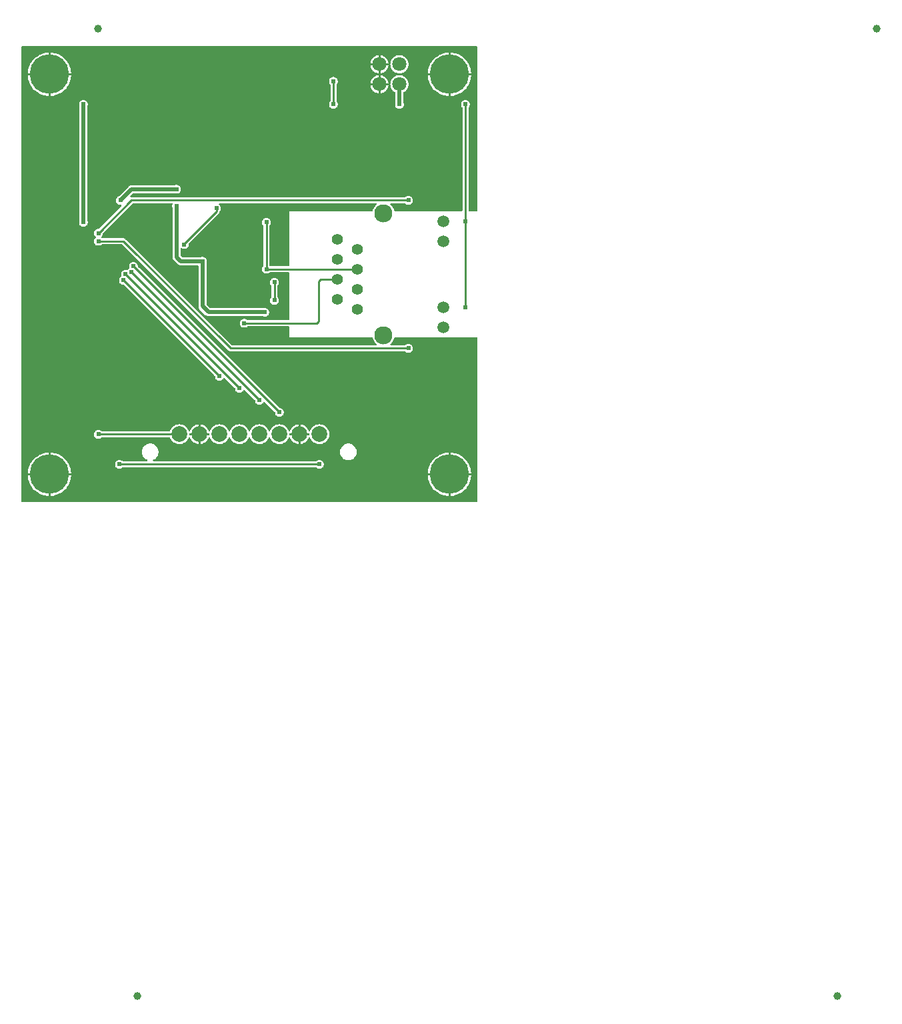
<source format=gbl>
G04 Layer: BottomLayer*
G04 Panelize: V-CUT, Column: 2, Row: 2, Board Size: 58.42mm x 58.42mm, Panelized Board Size: 118.84mm x 118.84mm*
G04 EasyEDA v6.5.34, 2023-09-08 22:56:44*
G04 913679b3e6e84f05a743068e7cf01868,5a6b42c53f6a479593ecc07194224c93,10*
G04 Gerber Generator version 0.2*
G04 Scale: 100 percent, Rotated: No, Reflected: No *
G04 Dimensions in millimeters *
G04 leading zeros omitted , absolute positions ,4 integer and 5 decimal *
%FSLAX45Y45*%
%MOMM*%

%ADD10C,0.5000*%
%ADD11C,0.2540*%
%ADD12C,1.0000*%
%ADD13C,5.0000*%
%ADD14C,2.0000*%
%ADD15C,2.3000*%
%ADD16C,1.4000*%
%ADD17C,1.5000*%
%ADD18C,1.8000*%
%ADD19C,0.6096*%
%ADD20C,0.0162*%

%LPD*%
G36*
X2699918Y2019807D02*
G01*
X2696006Y2020570D01*
X2692704Y2022805D01*
X1348435Y3367024D01*
X1342237Y3372154D01*
X1335532Y3375710D01*
X1328318Y3377895D01*
X1320292Y3378708D01*
X1048308Y3378708D01*
X1044397Y3379470D01*
X1041095Y3381705D01*
X1039063Y3383737D01*
X1036878Y3386988D01*
X1036116Y3390900D01*
X1036878Y3394811D01*
X1039063Y3398062D01*
X1046480Y3405479D01*
X1052118Y3413506D01*
X1056233Y3422446D01*
X1058773Y3431895D01*
X1059484Y3439922D01*
X1060399Y3443325D01*
X1062431Y3446221D01*
X1435404Y3819194D01*
X1438706Y3821429D01*
X1442618Y3822192D01*
X1933092Y3822192D01*
X1936750Y3821531D01*
X1939899Y3819601D01*
X1942134Y3816654D01*
X1943201Y3813098D01*
X1942896Y3809390D01*
X1940509Y3800500D01*
X1939645Y3790696D01*
X1940509Y3780891D01*
X1943049Y3771442D01*
X1944065Y3769258D01*
X1945030Y3764940D01*
X1945030Y3135071D01*
X1945233Y3130448D01*
X1945792Y3126028D01*
X1946757Y3121710D01*
X1948078Y3117443D01*
X1949805Y3113379D01*
X1951837Y3109417D01*
X1954225Y3105658D01*
X1956917Y3102152D01*
X1960067Y3098698D01*
X2008530Y3050235D01*
X2011984Y3047085D01*
X2015489Y3044393D01*
X2019249Y3042005D01*
X2023211Y3039973D01*
X2027275Y3038246D01*
X2031542Y3036925D01*
X2035860Y3035960D01*
X2040280Y3035401D01*
X2044903Y3035198D01*
X2263038Y3035198D01*
X2266899Y3034436D01*
X2270201Y3032201D01*
X2272436Y3028899D01*
X2273198Y3025038D01*
X2273198Y2514803D01*
X2273401Y2510180D01*
X2273960Y2505760D01*
X2274925Y2501442D01*
X2276246Y2497175D01*
X2277973Y2493111D01*
X2280005Y2489149D01*
X2282393Y2485390D01*
X2285085Y2481884D01*
X2288235Y2478430D01*
X2364130Y2402535D01*
X2367584Y2399436D01*
X2371090Y2396693D01*
X2374849Y2394305D01*
X2378811Y2392273D01*
X2382875Y2390597D01*
X2387142Y2389225D01*
X2391460Y2388260D01*
X2395880Y2387701D01*
X2400503Y2387498D01*
X3089402Y2387295D01*
X3093669Y2386330D01*
X3096056Y2385263D01*
X3105505Y2382723D01*
X3115310Y2381859D01*
X3125114Y2382723D01*
X3134563Y2385263D01*
X3143504Y2389428D01*
X3151530Y2395016D01*
X3158490Y2401976D01*
X3164128Y2410053D01*
X3168243Y2418943D01*
X3170783Y2428443D01*
X3171647Y2438196D01*
X3170783Y2448001D01*
X3168243Y2457500D01*
X3164128Y2466390D01*
X3158490Y2474417D01*
X3151530Y2481376D01*
X3143504Y2487015D01*
X3134563Y2491130D01*
X3125114Y2493721D01*
X3115310Y2494534D01*
X3105505Y2493721D01*
X3096056Y2491130D01*
X3093720Y2490063D01*
X3089402Y2489098D01*
X2425598Y2489301D01*
X2421737Y2490063D01*
X2418435Y2492298D01*
X2377998Y2532735D01*
X2375763Y2535986D01*
X2375001Y2539898D01*
X2375001Y3060192D01*
X2375966Y3064510D01*
X2377033Y3066846D01*
X2379573Y3076295D01*
X2380437Y3086100D01*
X2379573Y3095904D01*
X2377033Y3105353D01*
X2372918Y3114294D01*
X2367280Y3122320D01*
X2360320Y3129280D01*
X2352294Y3134918D01*
X2343353Y3139033D01*
X2333904Y3141573D01*
X2324100Y3142437D01*
X2314295Y3141573D01*
X2304846Y3139033D01*
X2302510Y3137966D01*
X2298192Y3137001D01*
X2069998Y3137001D01*
X2066086Y3137763D01*
X2062835Y3139998D01*
X2049830Y3153003D01*
X2047595Y3156254D01*
X2046833Y3160166D01*
X2046833Y3243326D01*
X2047798Y3247644D01*
X2050491Y3251098D01*
X2054352Y3253130D01*
X2058771Y3253333D01*
X2062835Y3251657D01*
X2064613Y3250387D01*
X2073503Y3246272D01*
X2083003Y3243732D01*
X2092807Y3242868D01*
X2102561Y3243732D01*
X2112060Y3246272D01*
X2120950Y3250387D01*
X2129028Y3256026D01*
X2135987Y3262985D01*
X2141575Y3271012D01*
X2145741Y3279952D01*
X2148281Y3289401D01*
X2149144Y3299206D01*
X2148636Y3305301D01*
X2149195Y3309670D01*
X2151532Y3313379D01*
X2528824Y3690670D01*
X2533954Y3696868D01*
X2537510Y3703523D01*
X2539695Y3710787D01*
X2540101Y3714750D01*
X2541016Y3718102D01*
X2543048Y3720947D01*
X2545080Y3722979D01*
X2550718Y3731006D01*
X2554833Y3739946D01*
X2557373Y3749395D01*
X2558237Y3759200D01*
X2557373Y3769004D01*
X2554833Y3778453D01*
X2550718Y3787394D01*
X2545080Y3795420D01*
X2538120Y3802379D01*
X2536190Y3803700D01*
X2533294Y3806799D01*
X2531922Y3810863D01*
X2532329Y3815079D01*
X2534462Y3818788D01*
X2537866Y3821277D01*
X2542032Y3822192D01*
X4526788Y3822192D01*
X4530902Y3821328D01*
X4534306Y3818890D01*
X4536440Y3815334D01*
X4536948Y3811168D01*
X4535728Y3807155D01*
X4533036Y3804005D01*
X4530547Y3802075D01*
X4519015Y3790848D01*
X4508804Y3778402D01*
X4500118Y3764889D01*
X4493006Y3750462D01*
X4487621Y3735273D01*
X4486148Y3728974D01*
X4484166Y3724910D01*
X4480661Y3722115D01*
X4476242Y3721100D01*
X3430015Y3721100D01*
X3429000Y3720084D01*
X3429000Y3033877D01*
X3428237Y3029966D01*
X3426002Y3026664D01*
X3422751Y3024479D01*
X3418840Y3023717D01*
X3185668Y3023717D01*
X3181756Y3024479D01*
X3178505Y3026664D01*
X3176270Y3029966D01*
X3175508Y3033877D01*
X3175508Y3536391D01*
X3176270Y3540302D01*
X3178505Y3543604D01*
X3180080Y3545179D01*
X3185718Y3553206D01*
X3189833Y3562146D01*
X3192373Y3571595D01*
X3193237Y3581400D01*
X3192373Y3591204D01*
X3189833Y3600653D01*
X3185718Y3609594D01*
X3180080Y3617620D01*
X3173120Y3624579D01*
X3165094Y3630218D01*
X3156153Y3634333D01*
X3146704Y3636873D01*
X3136900Y3637737D01*
X3127095Y3636873D01*
X3117646Y3634333D01*
X3108706Y3630218D01*
X3100679Y3624579D01*
X3093720Y3617620D01*
X3088081Y3609594D01*
X3083966Y3600653D01*
X3081426Y3591204D01*
X3080562Y3581400D01*
X3081426Y3571595D01*
X3083966Y3562146D01*
X3088081Y3553206D01*
X3093720Y3545179D01*
X3095294Y3543604D01*
X3097530Y3540302D01*
X3098292Y3536391D01*
X3098292Y3030067D01*
X3097530Y3026206D01*
X3095294Y3022904D01*
X3093720Y3021330D01*
X3088081Y3013252D01*
X3083966Y3004362D01*
X3081426Y2994863D01*
X3080562Y2985109D01*
X3081426Y2975305D01*
X3083966Y2965805D01*
X3088081Y2956915D01*
X3093720Y2948889D01*
X3100679Y2941929D01*
X3108706Y2936290D01*
X3117646Y2932176D01*
X3127095Y2929585D01*
X3136900Y2928772D01*
X3146704Y2929585D01*
X3156153Y2932176D01*
X3165094Y2936290D01*
X3173120Y2941929D01*
X3174695Y2943504D01*
X3177997Y2945739D01*
X3181908Y2946501D01*
X3418840Y2946501D01*
X3422751Y2945739D01*
X3426002Y2943504D01*
X3428237Y2940202D01*
X3429000Y2936341D01*
X3429000Y2347468D01*
X3428237Y2343556D01*
X3426002Y2340305D01*
X3422751Y2338070D01*
X3418840Y2337308D01*
X2899664Y2337308D01*
X2895752Y2338070D01*
X2892450Y2340305D01*
X2890875Y2341880D01*
X2882849Y2347518D01*
X2873959Y2351633D01*
X2864459Y2354173D01*
X2854655Y2355037D01*
X2844901Y2354173D01*
X2835402Y2351633D01*
X2826512Y2347518D01*
X2818434Y2341880D01*
X2811475Y2334920D01*
X2805887Y2326894D01*
X2801721Y2317953D01*
X2799181Y2308504D01*
X2798318Y2298700D01*
X2799181Y2288895D01*
X2801721Y2279446D01*
X2805887Y2270506D01*
X2811475Y2262479D01*
X2818434Y2255520D01*
X2826512Y2249881D01*
X2835402Y2245766D01*
X2844901Y2243226D01*
X2854655Y2242362D01*
X2864459Y2243226D01*
X2873959Y2245766D01*
X2882849Y2249881D01*
X2890875Y2255520D01*
X2892450Y2257094D01*
X2895752Y2259330D01*
X2899664Y2260092D01*
X3418840Y2260092D01*
X3422751Y2259330D01*
X3426002Y2257094D01*
X3428237Y2253843D01*
X3429000Y2249932D01*
X3429000Y2121916D01*
X3430015Y2120900D01*
X4476292Y2120900D01*
X4480712Y2119884D01*
X4484217Y2117090D01*
X4486198Y2113026D01*
X4487621Y2106930D01*
X4493006Y2091740D01*
X4500118Y2077313D01*
X4508804Y2063800D01*
X4519015Y2051354D01*
X4530547Y2040128D01*
X4533290Y2037994D01*
X4535982Y2034844D01*
X4537202Y2030831D01*
X4536694Y2026666D01*
X4534560Y2023110D01*
X4531156Y2020671D01*
X4527092Y2019807D01*
G37*

%LPC*%
G36*
X3238500Y2534462D02*
G01*
X3248304Y2535326D01*
X3257753Y2537866D01*
X3266694Y2541981D01*
X3274720Y2547620D01*
X3281679Y2554579D01*
X3287318Y2562606D01*
X3291433Y2571546D01*
X3293973Y2580995D01*
X3294837Y2590800D01*
X3293973Y2600604D01*
X3291433Y2610053D01*
X3287318Y2618994D01*
X3281679Y2627020D01*
X3280105Y2628595D01*
X3277870Y2631897D01*
X3277108Y2635808D01*
X3277108Y2774391D01*
X3277870Y2778302D01*
X3280105Y2781604D01*
X3281679Y2783179D01*
X3287318Y2791206D01*
X3291433Y2800146D01*
X3293973Y2809595D01*
X3294837Y2819400D01*
X3293973Y2829204D01*
X3291433Y2838653D01*
X3287318Y2847594D01*
X3281679Y2855620D01*
X3274720Y2862580D01*
X3266694Y2868218D01*
X3257753Y2872333D01*
X3248304Y2874873D01*
X3238500Y2875737D01*
X3228695Y2874873D01*
X3219246Y2872333D01*
X3210306Y2868218D01*
X3202279Y2862580D01*
X3195320Y2855620D01*
X3189681Y2847594D01*
X3185566Y2838653D01*
X3183026Y2829204D01*
X3182162Y2819400D01*
X3183026Y2809595D01*
X3185566Y2800146D01*
X3189681Y2791206D01*
X3195320Y2783179D01*
X3196894Y2781604D01*
X3199130Y2778302D01*
X3199892Y2774391D01*
X3199892Y2635808D01*
X3199130Y2631897D01*
X3196894Y2628595D01*
X3195320Y2627020D01*
X3189681Y2618994D01*
X3185566Y2610053D01*
X3183026Y2600604D01*
X3182162Y2590800D01*
X3183026Y2580995D01*
X3185566Y2571546D01*
X3189681Y2562606D01*
X3195320Y2554579D01*
X3202279Y2547620D01*
X3210306Y2541981D01*
X3219246Y2537866D01*
X3228695Y2535326D01*
G37*

%LPD*%
G36*
X5805932Y25908D02*
G01*
X36068Y26416D01*
X32156Y27178D01*
X28905Y29362D01*
X26670Y32664D01*
X25908Y36576D01*
X25908Y5805932D01*
X26670Y5809843D01*
X28905Y5813094D01*
X32156Y5815330D01*
X36068Y5816092D01*
X5805932Y5816092D01*
X5809843Y5815330D01*
X5813094Y5813094D01*
X5815330Y5809843D01*
X5816092Y5805932D01*
X5816092Y3731260D01*
X5815330Y3727348D01*
X5813094Y3724097D01*
X5809843Y3721862D01*
X5805932Y3721100D01*
X5712968Y3721100D01*
X5709056Y3721862D01*
X5705805Y3724097D01*
X5703570Y3727348D01*
X5702808Y3731260D01*
X5702808Y5034991D01*
X5703570Y5038902D01*
X5705805Y5042204D01*
X5707380Y5043779D01*
X5713018Y5051806D01*
X5717133Y5060746D01*
X5719673Y5070195D01*
X5720537Y5080000D01*
X5719673Y5089804D01*
X5717133Y5099253D01*
X5713018Y5108194D01*
X5707380Y5116220D01*
X5700420Y5123180D01*
X5692394Y5128818D01*
X5683453Y5132933D01*
X5674004Y5135473D01*
X5664200Y5136337D01*
X5654395Y5135473D01*
X5644946Y5132933D01*
X5636006Y5128818D01*
X5627979Y5123180D01*
X5621020Y5116220D01*
X5615381Y5108194D01*
X5611266Y5099253D01*
X5608726Y5089804D01*
X5607862Y5080000D01*
X5608726Y5070195D01*
X5611266Y5060746D01*
X5615381Y5051806D01*
X5621020Y5043779D01*
X5622594Y5042204D01*
X5624830Y5038902D01*
X5625592Y5034991D01*
X5625592Y3731260D01*
X5624830Y3727348D01*
X5622594Y3724097D01*
X5619343Y3721862D01*
X5615432Y3721100D01*
X4769510Y3721100D01*
X4765294Y3722014D01*
X4761839Y3724605D01*
X4759756Y3728415D01*
X4755489Y3742944D01*
X4749241Y3757777D01*
X4741316Y3771747D01*
X4731867Y3784803D01*
X4720996Y3796639D01*
X4712106Y3804361D01*
X4709617Y3807612D01*
X4708601Y3811524D01*
X4709210Y3815587D01*
X4711395Y3819042D01*
X4714748Y3821379D01*
X4718761Y3822192D01*
X4895291Y3822192D01*
X4899202Y3821429D01*
X4902504Y3819194D01*
X4904079Y3817620D01*
X4912106Y3811981D01*
X4921046Y3807866D01*
X4930495Y3805326D01*
X4940300Y3804462D01*
X4950104Y3805326D01*
X4959553Y3807866D01*
X4968494Y3811981D01*
X4976520Y3817620D01*
X4983480Y3824579D01*
X4989118Y3832606D01*
X4993233Y3841546D01*
X4995773Y3850995D01*
X4996637Y3860800D01*
X4995773Y3870604D01*
X4993233Y3880053D01*
X4989118Y3888994D01*
X4983480Y3897020D01*
X4976520Y3903979D01*
X4968494Y3909618D01*
X4959553Y3913733D01*
X4950104Y3916273D01*
X4940300Y3917137D01*
X4930495Y3916273D01*
X4921046Y3913733D01*
X4912106Y3909618D01*
X4904079Y3903979D01*
X4902504Y3902405D01*
X4899202Y3900170D01*
X4895291Y3899408D01*
X1422908Y3899408D01*
X1418336Y3898950D01*
X1414221Y3899408D01*
X1410614Y3901440D01*
X1408125Y3904742D01*
X1407160Y3908755D01*
X1407871Y3912819D01*
X1410157Y3916273D01*
X1440535Y3946601D01*
X1443786Y3948836D01*
X1447698Y3949598D01*
X1967992Y3949598D01*
X1972310Y3948633D01*
X1974646Y3947566D01*
X1984095Y3945026D01*
X1993900Y3944162D01*
X2003704Y3945026D01*
X2013153Y3947566D01*
X2022093Y3951681D01*
X2030120Y3957320D01*
X2037080Y3964279D01*
X2042718Y3972306D01*
X2046833Y3981246D01*
X2049373Y3990695D01*
X2050237Y4000500D01*
X2049373Y4010304D01*
X2046833Y4019753D01*
X2042718Y4028694D01*
X2037080Y4036720D01*
X2030120Y4043679D01*
X2022093Y4049318D01*
X2013153Y4053433D01*
X2003704Y4055973D01*
X1993900Y4056837D01*
X1984095Y4055973D01*
X1974646Y4053433D01*
X1972310Y4052366D01*
X1967992Y4051401D01*
X1422603Y4051401D01*
X1417980Y4051198D01*
X1413560Y4050639D01*
X1409242Y4049674D01*
X1404975Y4048353D01*
X1400911Y4046626D01*
X1396949Y4044594D01*
X1393190Y4042206D01*
X1389684Y4039514D01*
X1386230Y4036364D01*
X1265123Y3915206D01*
X1262227Y3913174D01*
X1254506Y3909618D01*
X1246479Y3903979D01*
X1239520Y3897020D01*
X1233881Y3888994D01*
X1229766Y3880053D01*
X1227226Y3870604D01*
X1226362Y3860800D01*
X1227226Y3850995D01*
X1229766Y3841546D01*
X1233881Y3832606D01*
X1239520Y3824579D01*
X1246479Y3817620D01*
X1254506Y3811981D01*
X1263446Y3807866D01*
X1272895Y3805326D01*
X1282700Y3804462D01*
X1286408Y3804767D01*
X1290472Y3804310D01*
X1294028Y3802227D01*
X1296517Y3798925D01*
X1297432Y3794963D01*
X1296720Y3790899D01*
X1294485Y3787444D01*
X1007821Y3500831D01*
X1004925Y3498799D01*
X1001521Y3497884D01*
X993495Y3497173D01*
X984046Y3494633D01*
X975106Y3490518D01*
X967079Y3484879D01*
X960119Y3477920D01*
X954481Y3469894D01*
X950366Y3460953D01*
X947826Y3451504D01*
X946962Y3441700D01*
X947826Y3431895D01*
X950366Y3422446D01*
X954481Y3413506D01*
X960119Y3405479D01*
X967536Y3398062D01*
X969721Y3394811D01*
X970483Y3390900D01*
X969721Y3386988D01*
X967536Y3383737D01*
X960119Y3376320D01*
X954481Y3368294D01*
X950366Y3359353D01*
X947826Y3349904D01*
X946962Y3340100D01*
X947826Y3330295D01*
X950366Y3320846D01*
X954481Y3311906D01*
X960119Y3303879D01*
X967079Y3296920D01*
X975106Y3291281D01*
X984046Y3287166D01*
X993495Y3284626D01*
X1003300Y3283762D01*
X1013104Y3284626D01*
X1022553Y3287166D01*
X1031494Y3291281D01*
X1039520Y3296920D01*
X1041095Y3298494D01*
X1044397Y3300729D01*
X1048308Y3301492D01*
X1300581Y3301492D01*
X1304493Y3300729D01*
X1307795Y3298494D01*
X2652064Y1954275D01*
X2658262Y1949145D01*
X2664968Y1945589D01*
X2672181Y1943404D01*
X2680208Y1942592D01*
X4895291Y1942592D01*
X4899202Y1941830D01*
X4902504Y1939594D01*
X4904079Y1938020D01*
X4912106Y1932381D01*
X4921046Y1928266D01*
X4930495Y1925726D01*
X4940300Y1924862D01*
X4950104Y1925726D01*
X4959553Y1928266D01*
X4968494Y1932381D01*
X4976520Y1938020D01*
X4983480Y1944979D01*
X4989118Y1953006D01*
X4993233Y1961946D01*
X4995773Y1971395D01*
X4996637Y1981200D01*
X4995773Y1991004D01*
X4993233Y2000453D01*
X4989118Y2009393D01*
X4983480Y2017420D01*
X4976520Y2024380D01*
X4968494Y2030018D01*
X4959553Y2034133D01*
X4950104Y2036673D01*
X4940300Y2037537D01*
X4930495Y2036673D01*
X4921046Y2034133D01*
X4912106Y2030018D01*
X4904079Y2024380D01*
X4902504Y2022805D01*
X4899202Y2020570D01*
X4895291Y2019807D01*
X4718507Y2019807D01*
X4714494Y2020620D01*
X4711141Y2022957D01*
X4709007Y2026412D01*
X4708347Y2030475D01*
X4709363Y2034387D01*
X4711852Y2037638D01*
X4720996Y2045563D01*
X4731867Y2057400D01*
X4741316Y2070455D01*
X4749241Y2084425D01*
X4755489Y2099259D01*
X4759706Y2113584D01*
X4761788Y2117394D01*
X4765243Y2119985D01*
X4769459Y2120900D01*
X5805932Y2120900D01*
X5809843Y2120138D01*
X5813094Y2117902D01*
X5815330Y2114651D01*
X5816092Y2110740D01*
X5816092Y36068D01*
X5815330Y32207D01*
X5813094Y28905D01*
X5809843Y26670D01*
G37*

%LPC*%
G36*
X4584700Y5600700D02*
G01*
X4687112Y5600700D01*
X4686960Y5602528D01*
X4684268Y5616803D01*
X4679746Y5630672D01*
X4673549Y5643829D01*
X4665776Y5656122D01*
X4656480Y5667349D01*
X4645863Y5677306D01*
X4634077Y5685840D01*
X4621326Y5692851D01*
X4607814Y5698236D01*
X4593691Y5701842D01*
X4584700Y5702960D01*
G37*
G36*
X393700Y105562D02*
G01*
X398322Y105664D01*
X421284Y108051D01*
X443992Y112369D01*
X466242Y118618D01*
X487934Y126644D01*
X508812Y136499D01*
X528828Y148031D01*
X547827Y161239D01*
X565607Y175971D01*
X582117Y192125D01*
X597204Y209600D01*
X610819Y228295D01*
X622757Y248107D01*
X633018Y268782D01*
X641553Y290271D01*
X648208Y312369D01*
X653034Y334975D01*
X655929Y357936D01*
X656336Y368300D01*
X393700Y368300D01*
G37*
G36*
X5448300Y105613D02*
G01*
X5448300Y368300D01*
X5185410Y368300D01*
X5187289Y346405D01*
X5191150Y323646D01*
X5196890Y301244D01*
X5204460Y279450D01*
X5213858Y258317D01*
X5224983Y238099D01*
X5237784Y218846D01*
X5252161Y200710D01*
X5267960Y183896D01*
X5285130Y168402D01*
X5303520Y154432D01*
X5323027Y142087D01*
X5343499Y131368D01*
X5364835Y122428D01*
X5386781Y115265D01*
X5409285Y109982D01*
X5432145Y106629D01*
G37*
G36*
X368300Y105613D02*
G01*
X368300Y368300D01*
X105410Y368300D01*
X107289Y346405D01*
X111150Y323646D01*
X116890Y301244D01*
X124460Y279450D01*
X133858Y258317D01*
X144983Y238099D01*
X157784Y218846D01*
X172161Y200710D01*
X187960Y183896D01*
X205130Y168402D01*
X223520Y154432D01*
X243027Y142087D01*
X263499Y131368D01*
X284835Y122428D01*
X306781Y115265D01*
X329285Y109982D01*
X352145Y106629D01*
G37*
G36*
X393700Y393700D02*
G01*
X656336Y393700D01*
X655929Y404063D01*
X653034Y427024D01*
X648208Y449630D01*
X641553Y471728D01*
X633018Y493217D01*
X622757Y513892D01*
X610819Y533704D01*
X597204Y552348D01*
X582117Y569874D01*
X565607Y586028D01*
X547827Y600760D01*
X528828Y613968D01*
X508812Y625500D01*
X487934Y635355D01*
X466242Y643382D01*
X443992Y649630D01*
X421284Y653948D01*
X398322Y656336D01*
X393700Y656437D01*
G37*
G36*
X5473700Y393700D02*
G01*
X5736336Y393700D01*
X5735929Y404063D01*
X5733034Y427024D01*
X5728208Y449630D01*
X5721553Y471728D01*
X5713018Y493217D01*
X5702757Y513892D01*
X5690819Y533704D01*
X5677204Y552348D01*
X5662117Y569874D01*
X5645607Y586028D01*
X5627827Y600760D01*
X5608828Y613968D01*
X5588812Y625500D01*
X5567934Y635355D01*
X5546242Y643382D01*
X5523992Y649630D01*
X5501284Y653948D01*
X5478322Y656336D01*
X5473700Y656437D01*
G37*
G36*
X5185410Y393700D02*
G01*
X5448300Y393700D01*
X5448300Y656386D01*
X5432145Y655370D01*
X5409285Y652018D01*
X5386781Y646734D01*
X5364835Y639572D01*
X5343499Y630631D01*
X5323027Y619912D01*
X5303520Y607568D01*
X5285130Y593598D01*
X5267960Y578104D01*
X5252161Y561289D01*
X5237784Y543153D01*
X5224983Y523900D01*
X5213858Y503682D01*
X5204460Y482549D01*
X5196890Y460756D01*
X5191150Y438353D01*
X5187289Y415594D01*
G37*
G36*
X105410Y393700D02*
G01*
X368300Y393700D01*
X368300Y656386D01*
X352145Y655370D01*
X329285Y652018D01*
X306781Y646734D01*
X284835Y639572D01*
X263499Y630631D01*
X243027Y619912D01*
X223520Y607568D01*
X205130Y593598D01*
X187960Y578104D01*
X172161Y561289D01*
X157784Y543153D01*
X144983Y523900D01*
X133858Y503682D01*
X124460Y482549D01*
X116890Y460756D01*
X111150Y438353D01*
X107289Y415594D01*
G37*
G36*
X1270000Y451662D02*
G01*
X1279804Y452526D01*
X1289253Y455066D01*
X1298194Y459181D01*
X1306220Y464820D01*
X1307795Y466394D01*
X1311097Y468630D01*
X1315008Y469392D01*
X3764991Y469392D01*
X3768902Y468630D01*
X3772204Y466394D01*
X3773779Y464820D01*
X3781806Y459181D01*
X3790746Y455066D01*
X3800195Y452526D01*
X3810000Y451662D01*
X3819804Y452526D01*
X3829253Y455066D01*
X3838194Y459181D01*
X3846220Y464820D01*
X3853179Y471779D01*
X3858818Y479806D01*
X3862933Y488746D01*
X3865473Y498195D01*
X3866337Y508000D01*
X3865473Y517804D01*
X3862933Y527253D01*
X3858818Y536194D01*
X3853179Y544220D01*
X3846220Y551180D01*
X3838194Y556818D01*
X3829253Y560933D01*
X3819804Y563473D01*
X3810000Y564337D01*
X3800195Y563473D01*
X3790746Y560933D01*
X3781806Y556818D01*
X3773779Y551180D01*
X3772204Y549605D01*
X3768902Y547370D01*
X3764991Y546608D01*
X1704797Y546608D01*
X1700428Y547624D01*
X1696872Y550418D01*
X1694891Y554482D01*
X1694891Y558952D01*
X1696821Y563016D01*
X1700326Y565861D01*
X1713331Y572312D01*
X1724863Y579983D01*
X1735277Y589127D01*
X1744421Y599541D01*
X1752092Y611073D01*
X1758238Y623468D01*
X1762658Y636625D01*
X1765401Y650189D01*
X1766265Y664006D01*
X1765401Y677824D01*
X1762658Y691388D01*
X1758238Y704545D01*
X1752092Y716940D01*
X1744421Y728472D01*
X1735277Y738886D01*
X1724863Y748030D01*
X1713331Y755700D01*
X1700936Y761847D01*
X1687779Y766267D01*
X1674215Y769010D01*
X1660398Y769874D01*
X1646580Y769010D01*
X1633016Y766267D01*
X1619859Y761847D01*
X1607464Y755700D01*
X1595932Y748030D01*
X1585518Y738886D01*
X1576374Y728472D01*
X1568704Y716940D01*
X1562557Y704545D01*
X1558137Y691388D01*
X1555394Y677824D01*
X1554530Y664006D01*
X1555394Y650189D01*
X1558137Y636625D01*
X1562557Y623468D01*
X1568704Y611073D01*
X1576374Y599541D01*
X1585518Y589127D01*
X1595932Y579983D01*
X1607464Y572312D01*
X1620469Y565861D01*
X1623974Y563016D01*
X1625904Y558952D01*
X1625904Y554482D01*
X1623923Y550418D01*
X1620418Y547624D01*
X1615998Y546608D01*
X1315008Y546608D01*
X1311097Y547370D01*
X1307795Y549605D01*
X1306220Y551180D01*
X1298194Y556818D01*
X1289253Y560933D01*
X1279804Y563473D01*
X1270000Y564337D01*
X1260195Y563473D01*
X1250746Y560933D01*
X1241806Y556818D01*
X1233779Y551180D01*
X1226820Y544220D01*
X1221181Y536194D01*
X1217066Y527253D01*
X1214526Y517804D01*
X1213662Y508000D01*
X1214526Y498195D01*
X1217066Y488746D01*
X1221181Y479806D01*
X1226820Y471779D01*
X1233779Y464820D01*
X1241806Y459181D01*
X1250746Y455066D01*
X1260195Y452526D01*
G37*
G36*
X4456887Y5600700D02*
G01*
X4559300Y5600700D01*
X4559300Y5702960D01*
X4550308Y5701842D01*
X4536186Y5698236D01*
X4522673Y5692851D01*
X4509922Y5685840D01*
X4498136Y5677306D01*
X4487519Y5667349D01*
X4478223Y5656122D01*
X4470450Y5643829D01*
X4464253Y5630672D01*
X4459732Y5616803D01*
X4457039Y5602528D01*
G37*
G36*
X105410Y5473700D02*
G01*
X368300Y5473700D01*
X368300Y5736386D01*
X352145Y5735370D01*
X329285Y5732018D01*
X306781Y5726734D01*
X284835Y5719572D01*
X263499Y5710631D01*
X243027Y5699912D01*
X223520Y5687568D01*
X205130Y5673598D01*
X187960Y5658104D01*
X172161Y5641289D01*
X157784Y5623153D01*
X144983Y5603900D01*
X133858Y5583682D01*
X124460Y5562549D01*
X116890Y5540756D01*
X111150Y5518353D01*
X107289Y5495594D01*
G37*
G36*
X5185410Y5473700D02*
G01*
X5448300Y5473700D01*
X5448300Y5736386D01*
X5432145Y5735370D01*
X5409285Y5732018D01*
X5386781Y5726734D01*
X5364835Y5719572D01*
X5343499Y5710631D01*
X5323027Y5699912D01*
X5303520Y5687568D01*
X5285130Y5673598D01*
X5267960Y5658104D01*
X5252161Y5641289D01*
X5237784Y5623153D01*
X5224983Y5603900D01*
X5213858Y5583682D01*
X5204460Y5562549D01*
X5196890Y5540756D01*
X5191150Y5518353D01*
X5187289Y5495594D01*
G37*
G36*
X4176420Y558139D02*
G01*
X4190237Y559003D01*
X4203801Y561746D01*
X4216908Y566166D01*
X4229354Y572312D01*
X4240834Y579983D01*
X4251248Y589127D01*
X4260392Y599541D01*
X4268114Y611073D01*
X4274210Y623468D01*
X4278680Y636625D01*
X4281373Y650189D01*
X4282287Y664006D01*
X4281373Y677824D01*
X4278680Y691388D01*
X4274210Y704545D01*
X4268114Y716940D01*
X4260392Y728472D01*
X4251248Y738886D01*
X4240834Y748030D01*
X4229354Y755700D01*
X4216908Y761847D01*
X4203801Y766267D01*
X4190237Y769010D01*
X4176420Y769874D01*
X4162551Y769010D01*
X4148988Y766267D01*
X4135882Y761847D01*
X4123436Y755700D01*
X4111955Y748030D01*
X4101541Y738886D01*
X4092397Y728472D01*
X4084675Y716940D01*
X4078579Y704545D01*
X4074109Y691388D01*
X4071416Y677824D01*
X4070502Y664006D01*
X4071416Y650189D01*
X4074109Y636625D01*
X4078579Y623468D01*
X4084675Y611073D01*
X4092397Y599541D01*
X4101541Y589127D01*
X4111955Y579983D01*
X4123436Y572312D01*
X4135882Y566166D01*
X4148988Y561746D01*
X4162551Y559003D01*
G37*
G36*
X3810000Y763117D02*
G01*
X3825189Y764032D01*
X3840124Y766775D01*
X3854653Y771296D01*
X3868521Y777544D01*
X3881526Y785418D01*
X3893464Y794766D01*
X3904234Y805535D01*
X3913581Y817473D01*
X3921455Y830478D01*
X3927703Y844346D01*
X3932224Y858875D01*
X3934968Y873810D01*
X3935882Y889000D01*
X3934968Y904189D01*
X3932224Y919124D01*
X3927703Y933653D01*
X3921455Y947521D01*
X3913581Y960526D01*
X3904234Y972464D01*
X3893464Y983234D01*
X3881526Y992581D01*
X3868521Y1000455D01*
X3854653Y1006703D01*
X3840124Y1011224D01*
X3825189Y1013968D01*
X3810000Y1014882D01*
X3794810Y1013968D01*
X3779875Y1011224D01*
X3765346Y1006703D01*
X3751478Y1000455D01*
X3738473Y992581D01*
X3726535Y983234D01*
X3715765Y972464D01*
X3706418Y960526D01*
X3698544Y947521D01*
X3692245Y933602D01*
X3690061Y930402D01*
X3686810Y928319D01*
X3683000Y927608D01*
X3679190Y928319D01*
X3675938Y930402D01*
X3673754Y933602D01*
X3667455Y947521D01*
X3659581Y960526D01*
X3650234Y972464D01*
X3639464Y983234D01*
X3627526Y992581D01*
X3614521Y1000455D01*
X3600653Y1006703D01*
X3586124Y1011224D01*
X3571189Y1013968D01*
X3568700Y1014120D01*
X3568700Y901700D01*
X3674110Y901700D01*
X3677970Y900937D01*
X3681272Y898702D01*
X3683457Y895451D01*
X3684270Y891540D01*
X3684270Y886460D01*
X3683457Y882548D01*
X3681272Y879297D01*
X3677970Y877062D01*
X3674110Y876300D01*
X3568700Y876300D01*
X3568700Y763879D01*
X3571189Y764032D01*
X3586124Y766775D01*
X3600653Y771296D01*
X3614521Y777544D01*
X3627526Y785418D01*
X3639464Y794766D01*
X3650234Y805535D01*
X3659581Y817473D01*
X3667455Y830478D01*
X3673754Y844397D01*
X3675938Y847598D01*
X3679190Y849680D01*
X3683000Y850392D01*
X3686810Y849680D01*
X3690061Y847598D01*
X3692245Y844397D01*
X3698544Y830478D01*
X3706418Y817473D01*
X3715765Y805535D01*
X3726535Y794766D01*
X3738473Y785418D01*
X3751478Y777544D01*
X3765346Y771296D01*
X3779875Y766775D01*
X3794810Y764032D01*
G37*
G36*
X2540000Y763117D02*
G01*
X2555189Y764032D01*
X2570124Y766775D01*
X2584653Y771296D01*
X2598521Y777544D01*
X2611526Y785418D01*
X2623464Y794766D01*
X2634234Y805535D01*
X2643581Y817473D01*
X2651455Y830478D01*
X2657754Y844397D01*
X2659938Y847598D01*
X2663190Y849680D01*
X2667000Y850392D01*
X2670810Y849680D01*
X2674061Y847598D01*
X2676245Y844397D01*
X2682544Y830478D01*
X2690418Y817473D01*
X2699766Y805535D01*
X2710535Y794766D01*
X2722473Y785418D01*
X2735478Y777544D01*
X2749346Y771296D01*
X2763875Y766775D01*
X2778810Y764032D01*
X2794000Y763117D01*
X2809189Y764032D01*
X2824124Y766775D01*
X2838653Y771296D01*
X2852521Y777544D01*
X2865526Y785418D01*
X2877464Y794766D01*
X2888234Y805535D01*
X2897581Y817473D01*
X2905455Y830478D01*
X2911754Y844397D01*
X2913938Y847598D01*
X2917190Y849680D01*
X2921000Y850392D01*
X2924810Y849680D01*
X2928061Y847598D01*
X2930245Y844397D01*
X2936544Y830478D01*
X2944418Y817473D01*
X2953766Y805535D01*
X2964535Y794766D01*
X2976473Y785418D01*
X2989478Y777544D01*
X3003346Y771296D01*
X3017875Y766775D01*
X3032810Y764032D01*
X3048000Y763117D01*
X3063189Y764032D01*
X3078124Y766775D01*
X3092653Y771296D01*
X3106521Y777544D01*
X3119526Y785418D01*
X3131464Y794766D01*
X3142234Y805535D01*
X3151581Y817473D01*
X3159455Y830478D01*
X3165754Y844397D01*
X3167938Y847598D01*
X3171190Y849680D01*
X3175000Y850392D01*
X3178810Y849680D01*
X3182061Y847598D01*
X3184245Y844397D01*
X3190544Y830478D01*
X3198418Y817473D01*
X3207766Y805535D01*
X3218535Y794766D01*
X3230473Y785418D01*
X3243478Y777544D01*
X3257346Y771296D01*
X3271875Y766775D01*
X3286810Y764032D01*
X3302000Y763117D01*
X3317189Y764032D01*
X3332124Y766775D01*
X3346653Y771296D01*
X3360521Y777544D01*
X3373526Y785418D01*
X3385464Y794766D01*
X3396234Y805535D01*
X3405581Y817473D01*
X3413455Y830478D01*
X3419754Y844397D01*
X3421938Y847598D01*
X3425190Y849680D01*
X3429000Y850392D01*
X3432810Y849680D01*
X3436061Y847598D01*
X3438245Y844397D01*
X3444544Y830478D01*
X3452418Y817473D01*
X3461765Y805535D01*
X3472535Y794766D01*
X3484473Y785418D01*
X3497478Y777544D01*
X3511346Y771296D01*
X3525875Y766775D01*
X3540810Y764032D01*
X3543300Y763879D01*
X3543300Y876300D01*
X3437890Y876300D01*
X3434029Y877062D01*
X3430727Y879297D01*
X3428542Y882548D01*
X3427729Y886460D01*
X3427729Y891540D01*
X3428542Y895451D01*
X3430727Y898702D01*
X3434029Y900937D01*
X3437890Y901700D01*
X3543300Y901700D01*
X3543300Y1014120D01*
X3540810Y1013968D01*
X3525875Y1011224D01*
X3511346Y1006703D01*
X3497478Y1000455D01*
X3484473Y992581D01*
X3472535Y983234D01*
X3461765Y972464D01*
X3452418Y960526D01*
X3444544Y947521D01*
X3438245Y933602D01*
X3436061Y930402D01*
X3432810Y928319D01*
X3429000Y927608D01*
X3425190Y928319D01*
X3421938Y930402D01*
X3419754Y933602D01*
X3413455Y947521D01*
X3405581Y960526D01*
X3396234Y972464D01*
X3385464Y983234D01*
X3373526Y992581D01*
X3360521Y1000455D01*
X3346653Y1006703D01*
X3332124Y1011224D01*
X3317189Y1013968D01*
X3302000Y1014882D01*
X3286810Y1013968D01*
X3271875Y1011224D01*
X3257346Y1006703D01*
X3243478Y1000455D01*
X3230473Y992581D01*
X3218535Y983234D01*
X3207766Y972464D01*
X3198418Y960526D01*
X3190544Y947521D01*
X3184245Y933602D01*
X3182061Y930402D01*
X3178810Y928319D01*
X3175000Y927608D01*
X3171190Y928319D01*
X3167938Y930402D01*
X3165754Y933602D01*
X3159455Y947521D01*
X3151581Y960526D01*
X3142234Y972464D01*
X3131464Y983234D01*
X3119526Y992581D01*
X3106521Y1000455D01*
X3092653Y1006703D01*
X3078124Y1011224D01*
X3063189Y1013968D01*
X3048000Y1014882D01*
X3032810Y1013968D01*
X3017875Y1011224D01*
X3003346Y1006703D01*
X2989478Y1000455D01*
X2976473Y992581D01*
X2964535Y983234D01*
X2953766Y972464D01*
X2944418Y960526D01*
X2936544Y947521D01*
X2930245Y933602D01*
X2928061Y930402D01*
X2924810Y928319D01*
X2921000Y927608D01*
X2917190Y928319D01*
X2913938Y930402D01*
X2911754Y933602D01*
X2905455Y947521D01*
X2897581Y960526D01*
X2888234Y972464D01*
X2877464Y983234D01*
X2865526Y992581D01*
X2852521Y1000455D01*
X2838653Y1006703D01*
X2824124Y1011224D01*
X2809189Y1013968D01*
X2794000Y1014882D01*
X2778810Y1013968D01*
X2763875Y1011224D01*
X2749346Y1006703D01*
X2735478Y1000455D01*
X2722473Y992581D01*
X2710535Y983234D01*
X2699766Y972464D01*
X2690418Y960526D01*
X2682544Y947521D01*
X2676245Y933602D01*
X2674061Y930402D01*
X2670810Y928319D01*
X2667000Y927608D01*
X2663190Y928319D01*
X2659938Y930402D01*
X2657754Y933602D01*
X2651455Y947521D01*
X2643581Y960526D01*
X2634234Y972464D01*
X2623464Y983234D01*
X2611526Y992581D01*
X2598521Y1000455D01*
X2584653Y1006703D01*
X2570124Y1011224D01*
X2555189Y1013968D01*
X2540000Y1014882D01*
X2524810Y1013968D01*
X2509875Y1011224D01*
X2495346Y1006703D01*
X2481478Y1000455D01*
X2468473Y992581D01*
X2456535Y983234D01*
X2445766Y972464D01*
X2436418Y960526D01*
X2428544Y947521D01*
X2422245Y933602D01*
X2420061Y930402D01*
X2416810Y928319D01*
X2413000Y927608D01*
X2409190Y928319D01*
X2405938Y930402D01*
X2403754Y933602D01*
X2397455Y947521D01*
X2389581Y960526D01*
X2380234Y972464D01*
X2369464Y983234D01*
X2357526Y992581D01*
X2344521Y1000455D01*
X2330653Y1006703D01*
X2316124Y1011224D01*
X2301189Y1013968D01*
X2298700Y1014120D01*
X2298700Y901700D01*
X2404110Y901700D01*
X2407970Y900937D01*
X2411272Y898702D01*
X2413457Y895451D01*
X2414270Y891540D01*
X2414270Y886460D01*
X2413457Y882548D01*
X2411272Y879297D01*
X2407970Y877062D01*
X2404110Y876300D01*
X2298700Y876300D01*
X2298700Y763879D01*
X2301189Y764032D01*
X2316124Y766775D01*
X2330653Y771296D01*
X2344521Y777544D01*
X2357526Y785418D01*
X2369464Y794766D01*
X2380234Y805535D01*
X2389581Y817473D01*
X2397455Y830478D01*
X2403754Y844397D01*
X2405938Y847598D01*
X2409190Y849680D01*
X2413000Y850392D01*
X2416810Y849680D01*
X2420061Y847598D01*
X2422245Y844397D01*
X2428544Y830478D01*
X2436418Y817473D01*
X2445766Y805535D01*
X2456535Y794766D01*
X2468473Y785418D01*
X2481478Y777544D01*
X2495346Y771296D01*
X2509875Y766775D01*
X2524810Y764032D01*
G37*
G36*
X393700Y5473700D02*
G01*
X656336Y5473700D01*
X655929Y5484063D01*
X653034Y5507024D01*
X648208Y5529630D01*
X641553Y5551728D01*
X633018Y5573217D01*
X622757Y5593892D01*
X610819Y5613704D01*
X597204Y5632348D01*
X582117Y5649874D01*
X565607Y5666028D01*
X547827Y5680760D01*
X528828Y5693968D01*
X508812Y5705500D01*
X487934Y5715355D01*
X466242Y5723382D01*
X443992Y5729630D01*
X421284Y5733948D01*
X398322Y5736336D01*
X393700Y5736437D01*
G37*
G36*
X5473700Y5473700D02*
G01*
X5736336Y5473700D01*
X5735929Y5484063D01*
X5733034Y5507024D01*
X5728208Y5529630D01*
X5721553Y5551728D01*
X5713018Y5573217D01*
X5702757Y5593892D01*
X5690819Y5613704D01*
X5677204Y5632348D01*
X5662117Y5649874D01*
X5645607Y5666028D01*
X5627827Y5680760D01*
X5608828Y5693968D01*
X5588812Y5705500D01*
X5567934Y5715355D01*
X5546242Y5723382D01*
X5523992Y5729630D01*
X5501284Y5733948D01*
X5478322Y5736336D01*
X5473700Y5736437D01*
G37*
G36*
X4584700Y5473039D02*
G01*
X4593691Y5474157D01*
X4607814Y5477764D01*
X4621326Y5483148D01*
X4634077Y5490159D01*
X4645863Y5498693D01*
X4656480Y5508650D01*
X4665776Y5519877D01*
X4673549Y5532170D01*
X4679746Y5545328D01*
X4684268Y5559196D01*
X4686960Y5573471D01*
X4687112Y5575300D01*
X4584700Y5575300D01*
G37*
G36*
X2032000Y763117D02*
G01*
X2047189Y764032D01*
X2062124Y766775D01*
X2076653Y771296D01*
X2090521Y777544D01*
X2103526Y785418D01*
X2115464Y794766D01*
X2126234Y805535D01*
X2135581Y817473D01*
X2143455Y830478D01*
X2149754Y844397D01*
X2151938Y847598D01*
X2155190Y849680D01*
X2159000Y850392D01*
X2162810Y849680D01*
X2166061Y847598D01*
X2168245Y844397D01*
X2174544Y830478D01*
X2182418Y817473D01*
X2191766Y805535D01*
X2202535Y794766D01*
X2214473Y785418D01*
X2227478Y777544D01*
X2241346Y771296D01*
X2255875Y766775D01*
X2270810Y764032D01*
X2273300Y763879D01*
X2273300Y876300D01*
X2167890Y876300D01*
X2164029Y877062D01*
X2160727Y879297D01*
X2158542Y882548D01*
X2157730Y886460D01*
X2157730Y891540D01*
X2158542Y895451D01*
X2160727Y898702D01*
X2164029Y900937D01*
X2167890Y901700D01*
X2273300Y901700D01*
X2273300Y1014120D01*
X2270810Y1013968D01*
X2255875Y1011224D01*
X2241346Y1006703D01*
X2227478Y1000455D01*
X2214473Y992581D01*
X2202535Y983234D01*
X2191766Y972464D01*
X2182418Y960526D01*
X2174544Y947521D01*
X2168245Y933602D01*
X2166061Y930402D01*
X2162810Y928319D01*
X2159000Y927608D01*
X2155190Y928319D01*
X2151938Y930402D01*
X2149754Y933602D01*
X2143455Y947521D01*
X2135581Y960526D01*
X2126234Y972464D01*
X2115464Y983234D01*
X2103526Y992581D01*
X2090521Y1000455D01*
X2076653Y1006703D01*
X2062124Y1011224D01*
X2047189Y1013968D01*
X2032000Y1014882D01*
X2016810Y1013968D01*
X2001875Y1011224D01*
X1987346Y1006703D01*
X1973478Y1000455D01*
X1960473Y992581D01*
X1948535Y983234D01*
X1937766Y972464D01*
X1928418Y960526D01*
X1920544Y947521D01*
X1914296Y933602D01*
X1912061Y930452D01*
X1908810Y928319D01*
X1905000Y927608D01*
X1048308Y927608D01*
X1044397Y928369D01*
X1041095Y930605D01*
X1039520Y932180D01*
X1031494Y937818D01*
X1022553Y941933D01*
X1013104Y944473D01*
X1003300Y945337D01*
X993495Y944473D01*
X984046Y941933D01*
X975106Y937818D01*
X967079Y932180D01*
X960119Y925220D01*
X954481Y917194D01*
X950366Y908253D01*
X947826Y898804D01*
X946962Y889000D01*
X947826Y879195D01*
X950366Y869746D01*
X954481Y860806D01*
X960119Y852779D01*
X967079Y845819D01*
X975106Y840181D01*
X984046Y836066D01*
X993495Y833526D01*
X1003300Y832662D01*
X1013104Y833526D01*
X1022553Y836066D01*
X1031494Y840181D01*
X1039520Y845819D01*
X1041095Y847394D01*
X1044397Y849630D01*
X1048308Y850392D01*
X1905000Y850392D01*
X1908810Y849680D01*
X1912061Y847547D01*
X1914296Y844397D01*
X1920544Y830478D01*
X1928418Y817473D01*
X1937766Y805535D01*
X1948535Y794766D01*
X1960473Y785418D01*
X1973478Y777544D01*
X1987346Y771296D01*
X2001875Y766775D01*
X2016810Y764032D01*
G37*
G36*
X4559300Y5473039D02*
G01*
X4559300Y5575300D01*
X4456887Y5575300D01*
X4457039Y5573471D01*
X4459732Y5559196D01*
X4464253Y5545328D01*
X4470450Y5532170D01*
X4478223Y5519877D01*
X4487519Y5508650D01*
X4498136Y5498693D01*
X4509922Y5490159D01*
X4522673Y5483148D01*
X4536186Y5477764D01*
X4550308Y5474157D01*
G37*
G36*
X4818735Y5472328D02*
G01*
X4833264Y5472328D01*
X4847691Y5474157D01*
X4861814Y5477764D01*
X4875326Y5483148D01*
X4888077Y5490159D01*
X4899863Y5498693D01*
X4910480Y5508650D01*
X4919776Y5519877D01*
X4927549Y5532170D01*
X4933746Y5545328D01*
X4938268Y5559196D01*
X4940960Y5573471D01*
X4941874Y5588000D01*
X4940960Y5602528D01*
X4938268Y5616803D01*
X4933746Y5630672D01*
X4927549Y5643829D01*
X4919776Y5656122D01*
X4910480Y5667349D01*
X4899863Y5677306D01*
X4888077Y5685840D01*
X4875326Y5692851D01*
X4861814Y5698236D01*
X4847691Y5701842D01*
X4833264Y5703671D01*
X4818735Y5703671D01*
X4804308Y5701842D01*
X4790186Y5698236D01*
X4776673Y5692851D01*
X4763922Y5685840D01*
X4752136Y5677306D01*
X4741519Y5667349D01*
X4732223Y5656122D01*
X4724450Y5643829D01*
X4718253Y5630672D01*
X4713732Y5616803D01*
X4711039Y5602528D01*
X4710125Y5588000D01*
X4711039Y5573471D01*
X4713732Y5559196D01*
X4718253Y5545328D01*
X4724450Y5532170D01*
X4732223Y5519877D01*
X4741519Y5508650D01*
X4752136Y5498693D01*
X4763922Y5490159D01*
X4776673Y5483148D01*
X4790186Y5477764D01*
X4804308Y5474157D01*
G37*
G36*
X4456887Y5346700D02*
G01*
X4559300Y5346700D01*
X4559300Y5448960D01*
X4550308Y5447842D01*
X4536186Y5444236D01*
X4522673Y5438851D01*
X4509922Y5431840D01*
X4498136Y5423306D01*
X4487519Y5413349D01*
X4478223Y5402122D01*
X4470450Y5389829D01*
X4464253Y5376672D01*
X4459732Y5362803D01*
X4457039Y5348528D01*
G37*
G36*
X4584700Y5346700D02*
G01*
X4687112Y5346700D01*
X4686960Y5348528D01*
X4684268Y5362803D01*
X4679746Y5376672D01*
X4673549Y5389829D01*
X4665776Y5402122D01*
X4656480Y5413349D01*
X4645863Y5423306D01*
X4634077Y5431840D01*
X4621326Y5438851D01*
X4607814Y5444236D01*
X4593691Y5447842D01*
X4584700Y5448960D01*
G37*
G36*
X4584700Y5219039D02*
G01*
X4593691Y5220157D01*
X4607814Y5223764D01*
X4621326Y5229148D01*
X4634077Y5236159D01*
X4645863Y5244693D01*
X4656480Y5254650D01*
X4665776Y5265877D01*
X4673549Y5278170D01*
X4679746Y5291328D01*
X4684268Y5305196D01*
X4686960Y5319471D01*
X4687112Y5321300D01*
X4584700Y5321300D01*
G37*
G36*
X4559300Y5219039D02*
G01*
X4559300Y5321300D01*
X4456887Y5321300D01*
X4457039Y5319471D01*
X4459732Y5305196D01*
X4464253Y5291328D01*
X4470450Y5278170D01*
X4478223Y5265877D01*
X4487519Y5254650D01*
X4498136Y5244693D01*
X4509922Y5236159D01*
X4522673Y5229148D01*
X4536186Y5223764D01*
X4550308Y5220157D01*
G37*
G36*
X368300Y5185613D02*
G01*
X368300Y5448300D01*
X105410Y5448300D01*
X107289Y5426405D01*
X111150Y5403646D01*
X116890Y5381244D01*
X124460Y5359450D01*
X133858Y5338318D01*
X144983Y5318099D01*
X157784Y5298846D01*
X172161Y5280710D01*
X187960Y5263896D01*
X205130Y5248402D01*
X223520Y5234432D01*
X243027Y5222087D01*
X263499Y5211368D01*
X284835Y5202428D01*
X306781Y5195265D01*
X329285Y5189982D01*
X352145Y5186629D01*
G37*
G36*
X5448300Y5185613D02*
G01*
X5448300Y5448300D01*
X5185410Y5448300D01*
X5187289Y5426405D01*
X5191150Y5403646D01*
X5196890Y5381244D01*
X5204460Y5359450D01*
X5213858Y5338318D01*
X5224983Y5318099D01*
X5237784Y5298846D01*
X5252161Y5280710D01*
X5267960Y5263896D01*
X5285130Y5248402D01*
X5303520Y5234432D01*
X5323027Y5222087D01*
X5343499Y5211368D01*
X5364835Y5202428D01*
X5386781Y5195265D01*
X5409285Y5189982D01*
X5432145Y5186629D01*
G37*
G36*
X393700Y5185562D02*
G01*
X398322Y5185664D01*
X421284Y5188051D01*
X443992Y5192369D01*
X466242Y5198618D01*
X487934Y5206644D01*
X508812Y5216499D01*
X528828Y5228031D01*
X547827Y5241239D01*
X565607Y5255971D01*
X582117Y5272125D01*
X597204Y5289600D01*
X610819Y5308295D01*
X622757Y5328107D01*
X633018Y5348782D01*
X641553Y5370271D01*
X648208Y5392369D01*
X653034Y5414975D01*
X655929Y5437936D01*
X656336Y5448300D01*
X393700Y5448300D01*
G37*
G36*
X5473700Y5185562D02*
G01*
X5478322Y5185664D01*
X5501284Y5188051D01*
X5523992Y5192369D01*
X5546242Y5198618D01*
X5567934Y5206644D01*
X5588812Y5216499D01*
X5608828Y5228031D01*
X5627827Y5241239D01*
X5645607Y5255971D01*
X5662117Y5272125D01*
X5677204Y5289600D01*
X5690819Y5308295D01*
X5702757Y5328107D01*
X5713018Y5348782D01*
X5721553Y5370271D01*
X5728208Y5392369D01*
X5733034Y5414975D01*
X5735929Y5437936D01*
X5736336Y5448300D01*
X5473700Y5448300D01*
G37*
G36*
X3987800Y5023662D02*
G01*
X3997604Y5024526D01*
X4007053Y5027066D01*
X4015994Y5031181D01*
X4024020Y5036820D01*
X4030979Y5043779D01*
X4036618Y5051806D01*
X4040733Y5060746D01*
X4043273Y5070195D01*
X4044137Y5080000D01*
X4043273Y5089804D01*
X4040733Y5099253D01*
X4036618Y5108194D01*
X4030979Y5116220D01*
X4029354Y5117795D01*
X4027170Y5121097D01*
X4026408Y5125008D01*
X4026408Y5327091D01*
X4027170Y5331002D01*
X4029354Y5334304D01*
X4030979Y5335879D01*
X4036618Y5343906D01*
X4040733Y5352846D01*
X4043273Y5362295D01*
X4044137Y5372100D01*
X4043273Y5381904D01*
X4040733Y5391353D01*
X4036618Y5400294D01*
X4030979Y5408320D01*
X4024020Y5415280D01*
X4015994Y5420918D01*
X4007053Y5425033D01*
X3997604Y5427573D01*
X3987800Y5428437D01*
X3977995Y5427573D01*
X3968546Y5425033D01*
X3959606Y5420918D01*
X3951579Y5415280D01*
X3944620Y5408320D01*
X3938981Y5400294D01*
X3934866Y5391353D01*
X3932326Y5381904D01*
X3931462Y5372100D01*
X3932326Y5362295D01*
X3934866Y5352846D01*
X3938981Y5343906D01*
X3944620Y5335879D01*
X3946194Y5334304D01*
X3948429Y5331002D01*
X3949192Y5327142D01*
X3949192Y5124958D01*
X3948429Y5121097D01*
X3946194Y5117795D01*
X3944620Y5116220D01*
X3938981Y5108194D01*
X3934866Y5099253D01*
X3932326Y5089804D01*
X3931462Y5080000D01*
X3932326Y5070195D01*
X3934866Y5060746D01*
X3938981Y5051806D01*
X3944620Y5043779D01*
X3951579Y5036820D01*
X3959606Y5031181D01*
X3968546Y5027066D01*
X3977995Y5024526D01*
G37*
G36*
X4826000Y5022138D02*
G01*
X4835804Y5023002D01*
X4845253Y5025542D01*
X4854194Y5029708D01*
X4862220Y5035346D01*
X4869180Y5042255D01*
X4874818Y5050332D01*
X4878933Y5059222D01*
X4881473Y5068722D01*
X4882337Y5078476D01*
X4881473Y5088280D01*
X4878933Y5097780D01*
X4877866Y5100116D01*
X4876901Y5104384D01*
X4876901Y5224018D01*
X4877562Y5227523D01*
X4879390Y5230622D01*
X4882184Y5232908D01*
X4888077Y5236159D01*
X4899863Y5244693D01*
X4910480Y5254650D01*
X4919776Y5265877D01*
X4927549Y5278170D01*
X4933746Y5291328D01*
X4938268Y5305196D01*
X4940960Y5319471D01*
X4941874Y5334000D01*
X4940960Y5348528D01*
X4938268Y5362803D01*
X4933746Y5376672D01*
X4927549Y5389829D01*
X4919776Y5402122D01*
X4910480Y5413349D01*
X4899863Y5423306D01*
X4888077Y5431840D01*
X4875326Y5438851D01*
X4861814Y5444236D01*
X4847691Y5447842D01*
X4833264Y5449671D01*
X4818735Y5449671D01*
X4804308Y5447842D01*
X4790186Y5444236D01*
X4776673Y5438851D01*
X4763922Y5431840D01*
X4752136Y5423306D01*
X4741519Y5413349D01*
X4732223Y5402122D01*
X4724450Y5389829D01*
X4718253Y5376672D01*
X4713732Y5362803D01*
X4711039Y5348528D01*
X4710125Y5334000D01*
X4711039Y5319471D01*
X4713732Y5305196D01*
X4718253Y5291328D01*
X4724450Y5278170D01*
X4732223Y5265877D01*
X4741519Y5254650D01*
X4752136Y5244693D01*
X4763922Y5236159D01*
X4769815Y5232908D01*
X4772609Y5230622D01*
X4774438Y5227523D01*
X4775098Y5224018D01*
X4775098Y5104384D01*
X4774133Y5100116D01*
X4773066Y5097780D01*
X4770526Y5088280D01*
X4769662Y5078476D01*
X4770526Y5068722D01*
X4773066Y5059222D01*
X4777181Y5050332D01*
X4782820Y5042255D01*
X4789779Y5035346D01*
X4797806Y5029708D01*
X4806746Y5025542D01*
X4816195Y5023002D01*
G37*
G36*
X812800Y3525062D02*
G01*
X822604Y3525926D01*
X832053Y3528466D01*
X840994Y3532581D01*
X849020Y3538220D01*
X855980Y3545179D01*
X861618Y3553206D01*
X865733Y3562146D01*
X868273Y3571595D01*
X869137Y3581400D01*
X868273Y3591204D01*
X865733Y3600653D01*
X864666Y3602990D01*
X863701Y3607308D01*
X863701Y5054092D01*
X864666Y5058410D01*
X865733Y5060746D01*
X868273Y5070195D01*
X869137Y5080000D01*
X868273Y5089804D01*
X865733Y5099253D01*
X861618Y5108194D01*
X855980Y5116220D01*
X849020Y5123180D01*
X840994Y5128818D01*
X832053Y5132933D01*
X822604Y5135473D01*
X812800Y5136337D01*
X802995Y5135473D01*
X793546Y5132933D01*
X784606Y5128818D01*
X776579Y5123180D01*
X769620Y5116220D01*
X763981Y5108194D01*
X759866Y5099253D01*
X757326Y5089804D01*
X756462Y5080000D01*
X757326Y5070195D01*
X759866Y5060746D01*
X760933Y5058410D01*
X761898Y5054092D01*
X761898Y3607308D01*
X760933Y3602990D01*
X759866Y3600653D01*
X757326Y3591204D01*
X756462Y3581400D01*
X757326Y3571595D01*
X759866Y3562146D01*
X763981Y3553206D01*
X769620Y3545179D01*
X776579Y3538220D01*
X784606Y3532581D01*
X793546Y3528466D01*
X802995Y3525926D01*
G37*
G36*
X3302000Y1112062D02*
G01*
X3311804Y1112926D01*
X3321253Y1115466D01*
X3330194Y1119581D01*
X3338220Y1125220D01*
X3345179Y1132179D01*
X3350818Y1140206D01*
X3354933Y1149146D01*
X3357473Y1158595D01*
X3358337Y1168400D01*
X3357473Y1178204D01*
X3354933Y1187653D01*
X3350818Y1196594D01*
X3345179Y1204620D01*
X3338220Y1211580D01*
X3330194Y1217218D01*
X3321253Y1221333D01*
X3311804Y1223873D01*
X3303778Y1224584D01*
X3300374Y1225499D01*
X3297478Y1227531D01*
X1506931Y3018078D01*
X1504899Y3020974D01*
X1503984Y3024378D01*
X1503273Y3032404D01*
X1500733Y3041853D01*
X1496618Y3050794D01*
X1490980Y3058820D01*
X1484020Y3065780D01*
X1475994Y3071418D01*
X1467053Y3075533D01*
X1457604Y3078073D01*
X1447800Y3078937D01*
X1437995Y3078073D01*
X1428546Y3075533D01*
X1419606Y3071418D01*
X1411579Y3065780D01*
X1404620Y3058820D01*
X1398981Y3050794D01*
X1394866Y3041853D01*
X1392326Y3032404D01*
X1391462Y3022600D01*
X1392326Y3012795D01*
X1394764Y3003702D01*
X1394968Y2999638D01*
X1393596Y2995777D01*
X1390751Y2992780D01*
X1386179Y2989580D01*
X1379220Y2982620D01*
X1376019Y2978048D01*
X1373022Y2975203D01*
X1369161Y2973832D01*
X1365097Y2974035D01*
X1356004Y2976473D01*
X1346200Y2977337D01*
X1336395Y2976473D01*
X1326946Y2973933D01*
X1318006Y2969818D01*
X1309979Y2964180D01*
X1303020Y2957220D01*
X1297381Y2949194D01*
X1293266Y2940253D01*
X1290726Y2930804D01*
X1289862Y2921000D01*
X1290726Y2911195D01*
X1293164Y2902102D01*
X1293368Y2898038D01*
X1291996Y2894177D01*
X1289151Y2891180D01*
X1284579Y2887980D01*
X1277620Y2881020D01*
X1271981Y2872994D01*
X1267866Y2864053D01*
X1265326Y2854604D01*
X1264462Y2844800D01*
X1265326Y2834995D01*
X1267866Y2825546D01*
X1271981Y2816606D01*
X1277620Y2808579D01*
X1284579Y2801620D01*
X1292606Y2795981D01*
X1301546Y2791866D01*
X1310995Y2789326D01*
X1319022Y2788615D01*
X1322425Y2787700D01*
X1325321Y2785668D01*
X2480868Y1630121D01*
X2482900Y1627225D01*
X2483815Y1623822D01*
X2484526Y1615795D01*
X2487066Y1606346D01*
X2491181Y1597406D01*
X2496820Y1589379D01*
X2503779Y1582420D01*
X2511806Y1576781D01*
X2520746Y1572666D01*
X2530195Y1570126D01*
X2540000Y1569262D01*
X2549804Y1570126D01*
X2559253Y1572666D01*
X2568194Y1576781D01*
X2576220Y1582420D01*
X2583180Y1589379D01*
X2588818Y1597406D01*
X2591054Y1602282D01*
X2593340Y1605381D01*
X2596642Y1607464D01*
X2600452Y1608124D01*
X2604211Y1607312D01*
X2607462Y1605127D01*
X2734868Y1477721D01*
X2736900Y1474825D01*
X2737815Y1471422D01*
X2738526Y1463395D01*
X2741066Y1453946D01*
X2745181Y1445006D01*
X2750820Y1436979D01*
X2757779Y1430020D01*
X2765806Y1424381D01*
X2774746Y1420266D01*
X2784195Y1417726D01*
X2794000Y1416862D01*
X2803804Y1417726D01*
X2813253Y1420266D01*
X2822194Y1424381D01*
X2830220Y1430020D01*
X2837180Y1436979D01*
X2842818Y1445006D01*
X2845054Y1449882D01*
X2847340Y1452981D01*
X2850642Y1455064D01*
X2854452Y1455724D01*
X2858211Y1454912D01*
X2861462Y1452727D01*
X2988868Y1325321D01*
X2990900Y1322425D01*
X2991815Y1319022D01*
X2992526Y1310995D01*
X2995066Y1301546D01*
X2999181Y1292606D01*
X3004820Y1284579D01*
X3011779Y1277620D01*
X3019806Y1271981D01*
X3028746Y1267866D01*
X3038195Y1265326D01*
X3048000Y1264462D01*
X3057804Y1265326D01*
X3067253Y1267866D01*
X3076194Y1271981D01*
X3084220Y1277620D01*
X3091180Y1284579D01*
X3096818Y1292606D01*
X3099054Y1297482D01*
X3101340Y1300581D01*
X3104642Y1302664D01*
X3108452Y1303324D01*
X3112211Y1302512D01*
X3115462Y1300327D01*
X3242868Y1172921D01*
X3244900Y1170025D01*
X3245815Y1166622D01*
X3246526Y1158595D01*
X3249066Y1149146D01*
X3253181Y1140206D01*
X3258820Y1132179D01*
X3265779Y1125220D01*
X3273806Y1119581D01*
X3282746Y1115466D01*
X3292195Y1112926D01*
G37*
G36*
X5473700Y105562D02*
G01*
X5478322Y105664D01*
X5501284Y108051D01*
X5523992Y112369D01*
X5546242Y118618D01*
X5567934Y126644D01*
X5588812Y136499D01*
X5608828Y148031D01*
X5627827Y161239D01*
X5645607Y175971D01*
X5662117Y192125D01*
X5677204Y209600D01*
X5690819Y228295D01*
X5702757Y248107D01*
X5713018Y268782D01*
X5721553Y290271D01*
X5728208Y312369D01*
X5733034Y334975D01*
X5735929Y357936D01*
X5736336Y368300D01*
X5473700Y368300D01*
G37*

%LPD*%
D10*
X1995931Y3790695D02*
G01*
X1995931Y3134868D01*
X2044700Y3086100D01*
X2324100Y3086100D01*
X2400300Y2438400D02*
G01*
X3115309Y2438204D01*
X2324100Y3086100D02*
G01*
X2324100Y2514600D01*
X2400300Y2438400D01*
D11*
X3238500Y2590800D02*
G01*
X3238500Y2819400D01*
D10*
X1282700Y3860800D02*
G01*
X1422400Y4000500D01*
X1993900Y4000500D01*
X812800Y3581400D02*
G01*
X812800Y5080000D01*
D11*
X5664200Y3594100D02*
G01*
X5664200Y2501900D01*
X5664200Y5080000D02*
G01*
X5664200Y3594100D01*
D10*
X4826000Y5078498D02*
G01*
X4826000Y5334000D01*
D11*
X4940300Y1981200D02*
G01*
X2679700Y1981200D01*
X1320800Y3340100D01*
X1003300Y3340100D01*
X4940300Y3860800D02*
G01*
X1422400Y3860800D01*
X1003300Y3441700D01*
X1447800Y3022600D02*
G01*
X3302000Y1168400D01*
X1422400Y2946400D02*
G01*
X3048000Y1320800D01*
X1346200Y2921000D02*
G01*
X2794000Y1473200D01*
X1320800Y2844800D02*
G01*
X2540000Y1625600D01*
X1270000Y508000D02*
G01*
X3810000Y508000D01*
X1003300Y889000D02*
G01*
X2032000Y889000D01*
X2082800Y3299203D02*
G01*
X2501900Y3718303D01*
X2501900Y3759200D01*
X4292803Y2985101D02*
G01*
X3136900Y2985101D01*
X3136900Y2985101D02*
G01*
X3136900Y2985101D01*
X3136900Y3581400D01*
X2854706Y2298700D02*
G01*
X3771900Y2298700D01*
X3797300Y2324100D01*
X3797300Y2832100D01*
X3822700Y2857500D01*
X4038854Y2858007D01*
X3987787Y5372100D02*
G01*
X3987787Y5079987D01*
D12*
G01*
X999997Y6041999D03*
G01*
X10884001Y6041999D03*
G01*
X1499996Y-6241999D03*
G01*
X10384002Y-6241999D03*
D13*
G01*
X381000Y5461000D03*
G01*
X5461000Y5461000D03*
G01*
X5461000Y381000D03*
G01*
X381000Y381000D03*
D14*
G01*
X2032000Y889000D03*
G01*
X2286000Y889000D03*
G01*
X2540000Y889000D03*
G01*
X2794000Y889000D03*
G01*
X3048000Y889000D03*
G01*
X3302000Y889000D03*
G01*
X3556000Y889000D03*
G01*
X3810000Y889000D03*
D15*
G01*
X4622800Y2146604D03*
G01*
X4622800Y3695598D03*
D16*
G01*
X4292803Y2985109D03*
G01*
X4292803Y3239109D03*
G01*
X4292803Y2731109D03*
G01*
X4292803Y2477109D03*
G01*
X4038803Y2858109D03*
G01*
X4038803Y3112109D03*
G01*
X4038803Y3366109D03*
G01*
X4038803Y2604109D03*
D17*
G01*
X5384800Y2502103D03*
G01*
X5384800Y3340100D03*
G01*
X5384800Y2248103D03*
G01*
X5384800Y3594100D03*
D18*
G01*
X4826000Y5588000D03*
G01*
X4826000Y5334000D03*
G01*
X4572000Y5334000D03*
G01*
X4572000Y5588000D03*
D19*
G01*
X3987800Y5080000D03*
G01*
X3987800Y5372100D03*
G01*
X4826000Y5078501D03*
G01*
X2247900Y2882900D03*
G01*
X2854655Y2298700D03*
G01*
X3136900Y2985109D03*
G01*
X3136900Y3581400D03*
G01*
X3238500Y2590800D03*
G01*
X3238500Y2819400D03*
G01*
X2092807Y3299205D03*
G01*
X2501900Y3759200D03*
G01*
X2324100Y3086100D03*
G01*
X2463800Y3505200D03*
G01*
X1003300Y3340100D03*
G01*
X1003300Y3441700D03*
G01*
X1003300Y889000D03*
G01*
X1270000Y508000D03*
G01*
X3810000Y508000D03*
G01*
X1447800Y3022600D03*
G01*
X1422400Y2946400D03*
G01*
X1346200Y2921000D03*
G01*
X1320800Y2844800D03*
G01*
X2540000Y1625600D03*
G01*
X2794000Y1473200D03*
G01*
X3048000Y1320800D03*
G01*
X3302000Y1168400D03*
G01*
X4940300Y3860800D03*
G01*
X4940300Y1981200D03*
G01*
X5664200Y5080000D03*
G01*
X5664200Y3594100D03*
G01*
X5664200Y2501900D03*
G01*
X812800Y3581400D03*
G01*
X1282700Y3860800D03*
G01*
X1917700Y3517900D03*
G01*
X812800Y5080000D03*
G01*
X457200Y3035300D03*
G01*
X685800Y3225800D03*
G01*
X381000Y3276600D03*
G01*
X1003300Y3022600D03*
G01*
X1996008Y3790695D03*
G01*
X2463800Y3124200D03*
G01*
X1993900Y4000500D03*
G01*
X3115309Y2438196D03*
M02*

</source>
